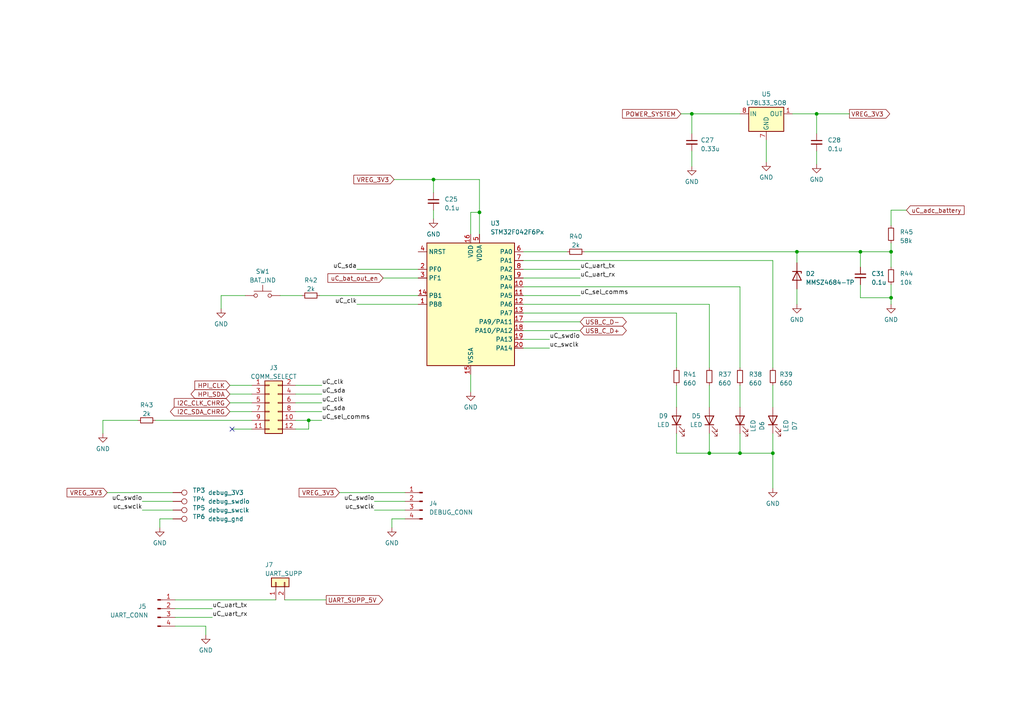
<source format=kicad_sch>
(kicad_sch (version 20230121) (generator eeschema)
  (paper "A4")
  (lib_symbols
    (symbol "Connector:Conn_01x04_Pin" (pin_names (offset 1.016) hide)
      (property "Reference" "J" (at 0 5.08 0))
      (property "Value" "Conn_01x04_Pin" (at 0 -7.62 0))
      (symbol "Conn_01x04_Pin_1_1"
        (polyline (pts (xy 1.27 -5.08) (xy 0.8636 -5.08)) (stroke (width 0.1524)))
        (polyline (pts (xy 1.27 -2.54) (xy 0.8636 -2.54)) (stroke (width 0.1524)))
        (polyline (pts (xy 1.27 0) (xy 0.8636 0)) (stroke (width 0.1524)))
        (polyline (pts (xy 1.27 2.54) (xy 0.8636 2.54)) (stroke (width 0.1524)))
        (rectangle (start 0.8636 -4.953) (end 0 -5.207) (stroke (width 0.1524)) (fill (type outline)))
        (rectangle (start 0.8636 -2.413) (end 0 -2.667) (stroke (width 0.1524)) (fill (type outline)))
        (rectangle (start 0.8636 0.127) (end 0 -0.127) (stroke (width 0.1524)) (fill (type outline)))
        (rectangle (start 0.8636 2.667) (end 0 2.413) (stroke (width 0.1524)) (fill (type outline)))
        (pin passive line (at 5.08 2.54 180) (length 3.81) (name "Pin_1") (number "1"))
        (pin passive line (at 5.08 0 180) (length 3.81) (name "Pin_2") (number "2"))
        (pin passive line (at 5.08 -2.54 180) (length 3.81) (name "Pin_3") (number "3"))
        (pin passive line (at 5.08 -5.08 180) (length 3.81) (name "Pin_4") (number "4"))
      )
    )
    (symbol "Connector:TestPoint" (pin_numbers hide) (pin_names (offset 0.762) hide)
      (property "Reference" "TP" (at 0 6.858 0))
      (property "Value" "TestPoint" (at 0 5.08 0))
      (symbol "TestPoint_0_1"
        (circle (center 0 3.302) (radius 0.762))
      )
      (symbol "TestPoint_1_1"
        (pin passive line (at 0 0 90) (length 2.54) (name "1") (number "1"))
      )
    )
    (symbol "Connector_Generic:Conn_01x02" (pin_names (offset 1.016) hide)
      (property "Reference" "J" (at 0 2.54 0))
      (property "Value" "Conn_01x02" (at 0 -5.08 0))
      (symbol "Conn_01x02_1_1"
        (rectangle (start -1.27 -2.413) (end 0 -2.667) (stroke (width 0.1524)))
        (rectangle (start -1.27 0.127) (end 0 -0.127) (stroke (width 0.1524)))
        (rectangle (start -1.27 1.27) (end 1.27 -3.81) (stroke (width 0.254)) (fill (type background)))
        (pin passive line (at -5.08 0 0) (length 3.81) (name "Pin_1") (number "1"))
        (pin passive line (at -5.08 -2.54 0) (length 3.81) (name "Pin_2") (number "2"))
      )
    )
    (symbol "Connector_Generic:Conn_02x06_Odd_Even" (pin_names (offset 1.016) hide)
      (property "Reference" "J" (at 1.27 7.62 0))
      (property "Value" "Conn_02x06_Odd_Even" (at 1.27 -10.16 0))
      (symbol "Conn_02x06_Odd_Even_1_1"
        (rectangle (start -1.27 -7.493) (end 0 -7.747) (stroke (width 0.1524)))
        (rectangle (start -1.27 -4.953) (end 0 -5.207) (stroke (width 0.1524)))
        (rectangle (start -1.27 -2.413) (end 0 -2.667) (stroke (width 0.1524)))
        (rectangle (start -1.27 0.127) (end 0 -0.127) (stroke (width 0.1524)))
        (rectangle (start -1.27 2.667) (end 0 2.413) (stroke (width 0.1524)))
        (rectangle (start -1.27 5.207) (end 0 4.953) (stroke (width 0.1524)))
        (rectangle (start -1.27 6.35) (end 3.81 -8.89) (stroke (width 0.254)) (fill (type background)))
        (rectangle (start 3.81 -7.493) (end 2.54 -7.747) (stroke (width 0.1524)))
        (rectangle (start 3.81 -4.953) (end 2.54 -5.207) (stroke (width 0.1524)))
        (rectangle (start 3.81 -2.413) (end 2.54 -2.667) (stroke (width 0.1524)))
        (rectangle (start 3.81 0.127) (end 2.54 -0.127) (stroke (width 0.1524)))
        (rectangle (start 3.81 2.667) (end 2.54 2.413) (stroke (width 0.1524)))
        (rectangle (start 3.81 5.207) (end 2.54 4.953) (stroke (width 0.1524)))
        (pin passive line (at -5.08 5.08 0) (length 3.81) (name "Pin_1") (number "1"))
        (pin passive line (at 7.62 -5.08 180) (length 3.81) (name "Pin_10") (number "10"))
        (pin passive line (at -5.08 -7.62 0) (length 3.81) (name "Pin_11") (number "11"))
        (pin passive line (at 7.62 -7.62 180) (length 3.81) (name "Pin_12") (number "12"))
        (pin passive line (at 7.62 5.08 180) (length 3.81) (name "Pin_2") (number "2"))
        (pin passive line (at -5.08 2.54 0) (length 3.81) (name "Pin_3") (number "3"))
        (pin passive line (at 7.62 2.54 180) (length 3.81) (name "Pin_4") (number "4"))
        (pin passive line (at -5.08 0 0) (length 3.81) (name "Pin_5") (number "5"))
        (pin passive line (at 7.62 0 180) (length 3.81) (name "Pin_6") (number "6"))
        (pin passive line (at -5.08 -2.54 0) (length 3.81) (name "Pin_7") (number "7"))
        (pin passive line (at 7.62 -2.54 180) (length 3.81) (name "Pin_8") (number "8"))
        (pin passive line (at -5.08 -5.08 0) (length 3.81) (name "Pin_9") (number "9"))
      )
    )
    (symbol "Device:C_Small" (pin_numbers hide) (pin_names (offset 0.254) hide)
      (property "Reference" "C" (at 0.254 1.778 0))
      (property "Value" "C_Small" (at 0.254 -2.032 0))
      (symbol "C_Small_0_1"
        (polyline (pts (xy -1.524 -0.508) (xy 1.524 -0.508)) (stroke (width 0.3302)))
        (polyline (pts (xy -1.524 0.508) (xy 1.524 0.508)) (stroke (width 0.3048)))
      )
      (symbol "C_Small_1_1"
        (pin passive line (at 0 2.54 270) (length 2.032) (name "~") (number "1"))
        (pin passive line (at 0 -2.54 90) (length 2.032) (name "~") (number "2"))
      )
    )
    (symbol "Device:D_Zener" (pin_numbers hide) (pin_names (offset 1.016) hide)
      (property "Reference" "D" (at 0 2.54 0))
      (property "Value" "D_Zener" (at 0 -2.54 0))
      (symbol "D_Zener_0_1"
        (polyline (pts (xy 1.27 0) (xy -1.27 0)))
        (polyline (pts (xy -1.27 -1.27) (xy -1.27 1.27) (xy -0.762 1.27)) (stroke (width 0.254)))
        (polyline (pts (xy 1.27 -1.27) (xy 1.27 1.27) (xy -1.27 0) (xy 1.27 -1.27)) (stroke (width 0.254)))
      )
      (symbol "D_Zener_1_1"
        (pin passive line (at -3.81 0 0) (length 2.54) (name "K") (number "1"))
        (pin passive line (at 3.81 0 180) (length 2.54) (name "A") (number "2"))
      )
    )
    (symbol "Device:LED" (pin_numbers hide) (pin_names (offset 1.016) hide)
      (property "Reference" "D" (at 0 2.54 0))
      (property "Value" "LED" (at 0 -2.54 0))
      (symbol "LED_0_1"
        (polyline (pts (xy -1.27 -1.27) (xy -1.27 1.27)) (stroke (width 0.254)))
        (polyline (pts (xy -1.27 0) (xy 1.27 0)))
        (polyline (pts (xy 1.27 -1.27) (xy 1.27 1.27) (xy -1.27 0) (xy 1.27 -1.27)) (stroke (width 0.254)))
        (polyline (pts (xy -3.048 -0.762) (xy -4.572 -2.286) (xy -3.81 -2.286) (xy -4.572 -2.286) (xy -4.572 -1.524)))
        (polyline (pts (xy -1.778 -0.762) (xy -3.302 -2.286) (xy -2.54 -2.286) (xy -3.302 -2.286) (xy -3.302 -1.524)))
      )
      (symbol "LED_1_1"
        (pin passive line (at -3.81 0 0) (length 2.54) (name "K") (number "1"))
        (pin passive line (at 3.81 0 180) (length 2.54) (name "A") (number "2"))
      )
    )
    (symbol "Device:R_Small" (pin_numbers hide) (pin_names (offset 0.254) hide)
      (property "Reference" "R" (at 0.762 0.508 0))
      (property "Value" "R_Small" (at 0.762 -1.016 0))
      (symbol "R_Small_0_1"
        (rectangle (start -0.762 1.778) (end 0.762 -1.778) (stroke (width 0.2032)))
      )
      (symbol "R_Small_1_1"
        (pin passive line (at 0 2.54 270) (length 0.762) (name "~") (number "1"))
        (pin passive line (at 0 -2.54 90) (length 0.762) (name "~") (number "2"))
      )
    )
    (symbol "MCU_ST_STM32F0:STM32F042F6Px"
      (property "Reference" "U" (at -12.7 19.05 0))
      (property "Value" "STM32F042F6Px" (at 5.08 19.05 0))
      (symbol "STM32F042F6Px_0_1"
        (rectangle (start -12.7 -17.78) (end 12.7 17.78) (stroke (width 0.254)) (fill (type background)))
      )
      (symbol "STM32F042F6Px_1_1"
        (pin bidirectional line (at -15.24 0 0) (length 2.54) (name "PB8") (number "1"))
        (pin bidirectional line (at 15.24 5.08 180) (length 2.54) (name "PA4") (number "10"))
        (pin bidirectional line (at 15.24 2.54 180) (length 2.54) (name "PA5") (number "11"))
        (pin bidirectional line (at 15.24 0 180) (length 2.54) (name "PA6") (number "12"))
        (pin bidirectional line (at 15.24 -2.54 180) (length 2.54) (name "PA7") (number "13"))
        (pin bidirectional line (at -15.24 2.54 0) (length 2.54) (name "PB1") (number "14"))
        (pin power_in line (at 0 -20.32 90) (length 2.54) (name "VSSA") (number "15"))
        (pin power_in line (at 0 20.32 270) (length 2.54) (name "VDD") (number "16"))
        (pin bidirectional line (at 15.24 -5.08 180) (length 2.54) (name "PA9/PA11") (number "17"))
        (pin bidirectional line (at 15.24 -7.62 180) (length 2.54) (name "PA10/PA12") (number "18"))
        (pin bidirectional line (at 15.24 -10.16 180) (length 2.54) (name "PA13") (number "19"))
        (pin bidirectional line (at -15.24 10.16 0) (length 2.54) (name "PF0") (number "2"))
        (pin bidirectional line (at 15.24 -12.7 180) (length 2.54) (name "PA14") (number "20"))
        (pin bidirectional line (at -15.24 7.62 0) (length 2.54) (name "PF1") (number "3"))
        (pin input line (at -15.24 15.24 0) (length 2.54) (name "NRST") (number "4"))
        (pin power_in line (at 2.54 20.32 270) (length 2.54) (name "VDDA") (number "5"))
        (pin bidirectional line (at 15.24 15.24 180) (length 2.54) (name "PA0") (number "6"))
        (pin bidirectional line (at 15.24 12.7 180) (length 2.54) (name "PA1") (number "7"))
        (pin bidirectional line (at 15.24 10.16 180) (length 2.54) (name "PA2") (number "8"))
        (pin bidirectional line (at 15.24 7.62 180) (length 2.54) (name "PA3") (number "9"))
      )
    )
    (symbol "Regulator_Linear:L78L33_SO8" (pin_names (offset 0.254))
      (property "Reference" "U" (at -3.81 3.175 0))
      (property "Value" "L78L33_SO8" (at 0 3.175 0))
      (symbol "L78L33_SO8_0_1"
        (rectangle (start -5.08 1.905) (end 5.08 -5.08) (stroke (width 0.254)) (fill (type background)))
      )
      (symbol "L78L33_SO8_1_1"
        (pin power_out line (at 7.62 0 180) (length 2.54) (name "OUT") (number "1"))
        (pin passive line (at 0 -7.62 90) (length 2.54) hide (name "GND") (number "2"))
        (pin passive line (at 0 -7.62 90) (length 2.54) hide (name "GND") (number "3"))
        (pin no_connect line (at -5.08 -2.54 0) (length 2.54) hide (name "NC") (number "4"))
        (pin no_connect line (at 5.08 -2.54 180) (length 2.54) hide (name "NC") (number "5"))
        (pin passive line (at 0 -7.62 90) (length 2.54) hide (name "GND") (number "6"))
        (pin power_in line (at 0 -7.62 90) (length 2.54) (name "GND") (number "7"))
        (pin power_in line (at -7.62 0 0) (length 2.54) (name "IN") (number "8"))
      )
    )
    (symbol "Switch:SW_Push" (pin_numbers hide) (pin_names (offset 1.016) hide)
      (property "Reference" "SW" (at 1.27 2.54 0))
      (property "Value" "SW_Push" (at 0 -1.524 0))
      (symbol "SW_Push_0_1"
        (circle (center -2.032 0) (radius 0.508))
        (polyline (pts (xy 0 1.27) (xy 0 3.048)))
        (polyline (pts (xy 2.54 1.27) (xy -2.54 1.27)))
        (circle (center 2.032 0) (radius 0.508))
        (pin passive line (at -5.08 0 0) (length 2.54) (name "1") (number "1"))
        (pin passive line (at 5.08 0 180) (length 2.54) (name "2") (number "2"))
      )
    )
    (symbol "power:GND" (power) (pin_names (offset 0))
      (property "Value" "GND" (at 0 -3.81 0))
      (symbol "GND_0_1"
        (polyline (pts (xy 0 0) (xy 0 -1.27) (xy 1.27 -1.27) (xy 0 -2.54) (xy -1.27 -1.27) (xy 0 -1.27)))
      )
      (symbol "GND_1_1"
        (pin power_in line (at 0 0 270) (length 0) hide (name "GND") (number "1"))
      )
    )
  )
  (junction (at 205.74 131.445))
  (junction (at 224.155 131.445))
  (junction (at 125.73 52.07))
  (junction (at 249.555 73.025))
  (junction (at 89.535 121.92))
  (junction (at 236.855 33.02))
  (junction (at 139.065 61.595))
  (junction (at 200.66 33.02))
  (junction (at 231.14 73.025))
  (junction (at 214.63 131.445))
  (junction (at 258.445 86.36))
  (junction (at 258.445 73.025))
  (no_connect (at 67.31 124.46))
  (wire (pts (xy 136.525 108.585) (xy 136.525 113.665)))
  (wire (pts (xy 196.215 90.805) (xy 196.215 106.68)))
  (wire (pts (xy 151.765 83.185) (xy 214.63 83.185)))
  (wire (pts (xy 229.87 33.02) (xy 236.855 33.02)))
  (wire (pts (xy 214.63 125.73) (xy 214.63 131.445)))
  (wire (pts (xy 258.445 88.265) (xy 258.445 86.36)))
  (wire (pts (xy 151.765 85.725) (xy 168.275 85.725)))
  (wire (pts (xy 46.355 150.495) (xy 50.165 150.495)))
  (wire (pts (xy 236.855 43.815) (xy 236.855 47.625)))
  (wire (pts (xy 151.765 93.345) (xy 168.275 93.345)))
  (wire (pts (xy 125.73 52.07) (xy 139.065 52.07)))
  (wire (pts (xy 113.665 150.495) (xy 117.475 150.495)))
  (wire (pts (xy 258.445 65.405) (xy 258.445 60.96)))
  (wire (pts (xy 214.63 83.185) (xy 214.63 106.68)))
  (wire (pts (xy 205.74 125.73) (xy 205.74 131.445)))
  (wire (pts (xy 224.155 125.73) (xy 224.155 131.445)))
  (wire (pts (xy 46.355 153.035) (xy 46.355 150.495)))
  (wire (pts (xy 59.69 181.61) (xy 50.8 181.61)))
  (wire (pts (xy 258.445 60.96) (xy 262.89 60.96)))
  (wire (pts (xy 108.585 145.415) (xy 117.475 145.415)))
  (wire (pts (xy 41.275 147.955) (xy 50.165 147.955)))
  (wire (pts (xy 113.665 153.035) (xy 113.665 150.495)))
  (wire (pts (xy 249.555 73.025) (xy 258.445 73.025)))
  (wire (pts (xy 196.215 111.76) (xy 196.215 118.11)))
  (wire (pts (xy 66.675 111.76) (xy 73.025 111.76)))
  (wire (pts (xy 66.675 114.3) (xy 73.025 114.3)))
  (wire (pts (xy 66.675 119.38) (xy 73.025 119.38)))
  (wire (pts (xy 89.535 121.92) (xy 93.345 121.92)))
  (wire (pts (xy 224.155 111.76) (xy 224.155 118.11)))
  (wire (pts (xy 64.135 85.725) (xy 71.12 85.725)))
  (wire (pts (xy 197.485 33.02) (xy 200.66 33.02)))
  (wire (pts (xy 151.765 78.105) (xy 168.275 78.105)))
  (wire (pts (xy 222.25 40.64) (xy 222.25 46.99)))
  (wire (pts (xy 214.63 131.445) (xy 224.155 131.445)))
  (wire (pts (xy 236.855 33.02) (xy 236.855 38.735)))
  (wire (pts (xy 85.725 116.84) (xy 93.345 116.84)))
  (wire (pts (xy 231.14 73.025) (xy 249.555 73.025)))
  (wire (pts (xy 125.73 52.07) (xy 125.73 55.88)))
  (wire (pts (xy 151.765 95.885) (xy 168.275 95.885)))
  (wire (pts (xy 224.155 131.445) (xy 224.155 141.605)))
  (wire (pts (xy 85.725 124.46) (xy 89.535 124.46)))
  (wire (pts (xy 151.765 90.805) (xy 196.215 90.805)))
  (wire (pts (xy 64.135 89.535) (xy 64.135 85.725)))
  (wire (pts (xy 98.425 142.875) (xy 117.475 142.875)))
  (wire (pts (xy 139.065 61.595) (xy 139.065 67.945)))
  (wire (pts (xy 41.275 145.415) (xy 50.165 145.415)))
  (wire (pts (xy 151.765 73.025) (xy 164.465 73.025)))
  (wire (pts (xy 103.505 88.265) (xy 121.285 88.265)))
  (wire (pts (xy 169.545 73.025) (xy 231.14 73.025)))
  (wire (pts (xy 205.74 88.265) (xy 205.74 106.68)))
  (wire (pts (xy 200.66 33.02) (xy 214.63 33.02)))
  (wire (pts (xy 258.445 86.36) (xy 258.445 82.55)))
  (wire (pts (xy 224.155 75.565) (xy 224.155 106.68)))
  (wire (pts (xy 258.445 86.36) (xy 249.555 86.36)))
  (wire (pts (xy 31.115 142.875) (xy 50.165 142.875)))
  (wire (pts (xy 231.14 83.82) (xy 231.14 88.265)))
  (wire (pts (xy 50.8 176.53) (xy 61.595 176.53)))
  (wire (pts (xy 136.525 61.595) (xy 139.065 61.595)))
  (wire (pts (xy 103.505 78.105) (xy 121.285 78.105)))
  (wire (pts (xy 196.215 131.445) (xy 205.74 131.445)))
  (wire (pts (xy 200.66 33.02) (xy 200.66 38.735)))
  (wire (pts (xy 214.63 111.76) (xy 214.63 118.11)))
  (wire (pts (xy 85.725 114.3) (xy 93.345 114.3)))
  (wire (pts (xy 50.8 173.99) (xy 80.01 173.99)))
  (wire (pts (xy 205.74 111.76) (xy 205.74 118.11)))
  (wire (pts (xy 29.845 121.92) (xy 40.005 121.92)))
  (wire (pts (xy 92.71 85.725) (xy 121.285 85.725)))
  (wire (pts (xy 29.845 125.73) (xy 29.845 121.92)))
  (wire (pts (xy 151.765 80.645) (xy 168.275 80.645)))
  (wire (pts (xy 50.8 179.07) (xy 61.595 179.07)))
  (wire (pts (xy 85.725 111.76) (xy 93.345 111.76)))
  (wire (pts (xy 205.74 131.445) (xy 214.63 131.445)))
  (wire (pts (xy 196.215 125.73) (xy 196.215 131.445)))
  (wire (pts (xy 231.14 73.025) (xy 231.14 76.2)))
  (wire (pts (xy 151.765 98.425) (xy 159.385 98.425)))
  (wire (pts (xy 81.28 85.725) (xy 87.63 85.725)))
  (wire (pts (xy 89.535 121.92) (xy 89.535 124.46)))
  (wire (pts (xy 246.38 33.02) (xy 236.855 33.02)))
  (wire (pts (xy 85.725 119.38) (xy 93.345 119.38)))
  (wire (pts (xy 151.765 88.265) (xy 205.74 88.265)))
  (wire (pts (xy 249.555 77.47) (xy 249.555 73.025)))
  (wire (pts (xy 258.445 73.025) (xy 258.445 77.47)))
  (wire (pts (xy 139.065 52.07) (xy 139.065 61.595)))
  (wire (pts (xy 111.125 80.645) (xy 121.285 80.645)))
  (wire (pts (xy 224.155 75.565) (xy 151.765 75.565)))
  (wire (pts (xy 85.725 121.92) (xy 89.535 121.92)))
  (wire (pts (xy 136.525 67.945) (xy 136.525 61.595)))
  (wire (pts (xy 73.025 124.46) (xy 67.31 124.46)))
  (wire (pts (xy 151.765 100.965) (xy 159.385 100.965)))
  (wire (pts (xy 249.555 86.36) (xy 249.555 82.55)))
  (wire (pts (xy 125.73 60.96) (xy 125.73 63.5)))
  (wire (pts (xy 82.55 173.99) (xy 94.615 173.99)))
  (wire (pts (xy 59.69 184.15) (xy 59.69 181.61)))
  (wire (pts (xy 45.085 121.92) (xy 73.025 121.92)))
  (wire (pts (xy 258.445 70.485) (xy 258.445 73.025)))
  (wire (pts (xy 66.675 116.84) (xy 73.025 116.84)))
  (wire (pts (xy 114.3 52.07) (xy 125.73 52.07)))
  (wire (pts (xy 200.66 43.815) (xy 200.66 48.26)))
  (wire (pts (xy 108.585 147.955) (xy 117.475 147.955)))
  (label "uc_swclk" (at 41.275 147.955 180))
  (label "uc_swclk" (at 108.585 147.955 180))
  (label "uc_swclk" (at 159.385 100.965 0))
  (label "uC_uart_tx" (at 61.595 176.53 0))
  (label "uC_swdio" (at 159.385 98.425 0))
  (label "uC_swdio" (at 108.585 145.415 180))
  (label "uC_sda" (at 93.345 119.38 0))
  (label "uC_uart_tx" (at 168.275 78.105 0))
  (label "uC_clk" (at 93.345 116.84 0))
  (label "uC_uart_rx" (at 61.595 179.07 0))
  (label "uC_clk" (at 103.505 88.265 180))
  (label "uC_sda" (at 93.345 114.3 0))
  (label "uC_sel_comms" (at 168.275 85.725 0))
  (label "uC_clk" (at 93.345 111.76 0))
  (label "uC_uart_rx" (at 168.275 80.645 0))
  (label "uC_sel_comms" (at 93.345 121.92 0))
  (label "uC_sda" (at 103.505 78.105 180))
  (label "uC_swdio" (at 41.275 145.415 180))
  (global_label "USB_C_D+" (shape bidirectional) (at 168.275 95.885 0) (property "Intersheetrefs" "${INTERSHEET_REFS}" (effects hide)))
  (global_label "HPI_SDA" (shape bidirectional) (at 66.675 114.3 180) (property "Intersheetrefs" "${INTERSHEET_REFS}" (effects hide)))
  (global_label "HPI_CLK" (shape input) (at 66.675 111.76 180) (property "Intersheetrefs" "${INTERSHEET_REFS}" (effects hide)))
  (global_label "POWER_SYSTEM" (shape input) (at 197.485 33.02 180) (property "Intersheetrefs" "${INTERSHEET_REFS}" (effects hide)))
  (global_label "I2C_CLK_CHRG" (shape input) (at 66.675 116.84 180) (property "Intersheetrefs" "${INTERSHEET_REFS}" (effects hide)))
  (global_label "VREG_3V3" (shape output) (at 246.38 33.02 0) (property "Intersheetrefs" "${INTERSHEET_REFS}" (effects hide)))
  (global_label "uC_adc_battery" (shape input) (at 262.89 60.96 0) (property "Intersheetrefs" "${INTERSHEET_REFS}" (effects hide)))
  (global_label "uC_bat_out_en" (shape input) (at 111.125 80.645 180) (property "Intersheetrefs" "${INTERSHEET_REFS}" (effects hide)))
  (global_label "VREG_3V3" (shape input) (at 31.115 142.875 180) (property "Intersheetrefs" "${INTERSHEET_REFS}" (effects hide)))
  (global_label "VREG_3V3" (shape input) (at 98.425 142.875 180) (property "Intersheetrefs" "${INTERSHEET_REFS}" (effects hide)))
  (global_label "USB_C_D-" (shape bidirectional) (at 168.275 93.345 0) (property "Intersheetrefs" "${INTERSHEET_REFS}" (effects hide)))
  (global_label "I2C_SDA_CHRG" (shape bidirectional) (at 66.675 119.38 180) (property "Intersheetrefs" "${INTERSHEET_REFS}" (effects hide)))
  (global_label "VREG_3V3" (shape input) (at 114.3 52.07 180) (property "Intersheetrefs" "${INTERSHEET_REFS}" (effects hide)))
  (global_label "UART_SUPP_5V" (shape output) (at 94.615 173.99 0) (property "Intersheetrefs" "${INTERSHEET_REFS}" (effects hide)))
  (symbol (lib_id "power:GND") (at 236.855 47.625 0) (unit 1)
    (property "Reference" "#PWR032" (effects hide))
    (property "Value" "GND" (at 236.855 52.07 0))
    (instances (project "battery_charging_devboard" (path "" (reference "#PWR032") (unit 1))) (project "business_card" (path "" (reference "#PWR07") (unit 1))))
  )
  (symbol (lib_id "Device:C_Small") (at 125.73 58.42 0) (unit 1)
    (property "Reference" "C25" (at 128.905 57.7913 0) (effects (justify left)))
    (property "Value" "0.1u" (at 128.905 60.3313 0) (effects (justify left)))
    (property "Footprint" "Capacitor_SMD:C_0805_2012Metric_Pad1.18x1.45mm_HandSolder" (effects hide))
    (property "Source" "https://www.mouser.com/ProductDetail/Samsung-Electro-Mechanics/CL21B105KOFNFNE?qs=sGAEpiMZZMsh%252B1woXyUXj5ND545PPyUhMzGq7HWiq0o%3D" (effects hide))
    (property "Price" "0.065" (effects hide))
    (instances (project "battery_charging_devboard" (path "" (reference "C25") (unit 1))) (project "business_card" (path "" (reference "C2") (unit 1))))
  )
  (symbol (lib_id "Connector:Conn_01x04_Pin") (at 122.555 145.415 0) (mirror y) (unit 1)
    (property "Reference" "J4" (at 124.46 146.05 0) (effects (justify right)))
    (property "Value" "DEBUG_CONN" (at 124.46 148.59 0) (effects (justify right)))
    (property "Footprint" "Connector_PinHeader_2.54mm:PinHeader_1x04_P2.54mm_Horizontal" (effects hide))
  )
  (symbol (lib_id "Device:C_Small") (at 249.555 80.01 0) (unit 1)
    (property "Reference" "C31" (at 252.73 79.3813 0) (effects (justify left)))
    (property "Value" "0.1u" (at 252.73 81.9213 0) (effects (justify left)))
    (property "Footprint" "Capacitor_SMD:C_0805_2012Metric_Pad1.18x1.45mm_HandSolder" (effects hide))
    (property "Source" "https://www.mouser.com/ProductDetail/Samsung-Electro-Mechanics/CL21B105KOFNFNE?qs=sGAEpiMZZMsh%252B1woXyUXj5ND545PPyUhMzGq7HWiq0o%3D" (effects hide))
    (property "Price" "0.065" (effects hide))
    (instances (project "battery_charging_devboard" (path "" (reference "C31") (unit 1))) (project "business_card" (path "" (reference "C2") (unit 1))))
  )
  (symbol (lib_id "Device:R_Small") (at 167.005 73.025 90) (unit 1)
    (property "Reference" "R40" (at 167.005 68.58 90))
    (property "Value" "2k" (at 167.005 71.12 90))
    (property "Footprint" "Resistor_SMD:R_0805_2012Metric_Pad1.20x1.40mm_HandSolder" (effects hide))
    (instances (project "battery_charging_devboard" (path "" (reference "R40") (unit 1))) (project "business_card" (path "" (reference "R1") (unit 1))))
  )
  (symbol (lib_id "power:GND") (at 125.73 63.5 0) (unit 1)
    (property "Reference" "#PWR028" (effects hide))
    (property "Value" "GND" (at 125.73 67.945 0))
    (instances (project "battery_charging_devboard" (path "" (reference "#PWR028") (unit 1))) (project "business_card" (path "" (reference "#PWR08") (unit 1))))
  )
  (symbol (lib_id "power:GND") (at 113.665 153.035 0) (unit 1)
    (property "Reference" "#PWR037" (effects hide))
    (property "Value" "GND" (at 113.665 157.48 0))
    (instances (project "battery_charging_devboard" (path "" (reference "#PWR037") (unit 1))) (project "business_card" (path "" (reference "#PWR05") (unit 1))))
  )
  (symbol (lib_id "MCU_ST_STM32F0:STM32F042F6Px") (at 136.525 88.265 0) (unit 1)
    (property "Reference" "U3" (at 142.24 64.77 0) (effects (justify left)))
    (property "Value" "STM32F042F6Px" (at 142.24 67.31 0) (effects (justify left)))
    (property "Footprint" "Package_SO:TSSOP-20_4.4x6.5mm_P0.65mm" (effects hide))
    (property "Datasheet" "https://www.st.com/resource/en/datasheet/stm32f042f6.pdf" (effects hide))
  )
  (symbol (lib_id "power:GND") (at 224.155 141.605 0) (unit 1)
    (property "Reference" "#PWR034" (effects hide))
    (property "Value" "GND" (at 224.155 146.05 0))
    (instances (project "battery_charging_devboard" (path "" (reference "#PWR034") (unit 1))) (project "business_card" (path "" (reference "#PWR01") (unit 1))))
  )
  (symbol (lib_id "Connector:TestPoint") (at 50.165 147.955 270) (unit 1)
    (property "Reference" "TP5" (at 55.88 147.32 90) (effects (justify left)))
    (property "Value" "debug_swclk" (at 60.325 147.955 90) (effects (justify left)))
    (property "Footprint" "TestPoint:TestPoint_Pad_D1.0mm" (effects hide))
    (instances (project "battery_charging_devboard" (path "" (reference "TP5") (unit 1))) (project "business_card" (path "" (reference "TP3") (unit 1))))
  )
  (symbol (lib_id "Device:LED") (at 214.63 121.92 90) (unit 1)
    (property "Reference" "D6" (at 220.98 123.5075 0))
    (property "Value" "LED" (at 218.44 123.5075 0))
    (property "Footprint" "LED_SMD:LED_0805_2012Metric_Pad1.15x1.40mm_HandSolder" (effects hide))
    (instances (project "battery_charging_devboard" (path "" (reference "D6") (unit 1))) (project "business_card" (path "" (reference "D4") (unit 1))))
  )
  (symbol (lib_id "Device:R_Small") (at 224.155 109.22 0) (unit 1)
    (property "Reference" "R39" (at 226.06 108.585 0) (effects (justify left)))
    (property "Value" "660" (at 226.06 111.125 0) (effects (justify left)))
    (property "Footprint" "Resistor_SMD:R_0805_2012Metric_Pad1.20x1.40mm_HandSolder" (effects hide))
    (instances (project "battery_charging_devboard" (path "" (reference "R39") (unit 1))) (project "business_card" (path "" (reference "R5") (unit 1))))
  )
  (symbol (lib_id "power:GND") (at 64.135 89.535 0) (unit 1)
    (property "Reference" "#PWR035" (effects hide))
    (property "Value" "GND" (at 64.135 93.98 0))
    (instances (project "battery_charging_devboard" (path "" (reference "#PWR035") (unit 1))) (project "business_card" (path "" (reference "#PWR08") (unit 1))))
  )
  (symbol (lib_id "power:GND") (at 258.445 88.265 0) (unit 1)
    (property "Reference" "#PWR039" (effects hide))
    (property "Value" "GND" (at 258.445 92.71 0))
    (instances (project "battery_charging_devboard" (path "" (reference "#PWR039") (unit 1))) (project "business_card" (path "" (reference "#PWR01") (unit 1))))
  )
  (symbol (lib_id "power:GND") (at 200.66 48.26 0) (unit 1)
    (property "Reference" "#PWR033" (effects hide))
    (property "Value" "GND" (at 200.66 52.705 0))
    (instances (project "battery_charging_devboard" (path "" (reference "#PWR033") (unit 1))) (project "business_card" (path "" (reference "#PWR08") (unit 1))))
  )
  (symbol (lib_id "power:GND") (at 136.525 113.665 0) (unit 1)
    (property "Reference" "#PWR029" (effects hide))
    (property "Value" "GND" (at 136.525 118.11 0))
    (instances (project "battery_charging_devboard" (path "" (reference "#PWR029") (unit 1))) (project "business_card" (path "" (reference "#PWR08") (unit 1))))
  )
  (symbol (lib_id "Connector_Generic:Conn_02x06_Odd_Even") (at 78.105 116.84 0) (unit 1)
    (property "Reference" "J3" (at 79.375 106.68 0))
    (property "Value" "COMM_SELECT" (at 79.375 109.22 0))
    (property "Footprint" "Connector_PinHeader_2.54mm:PinHeader_2x06_P2.54mm_Vertical_SMD" (effects hide))
  )
  (symbol (lib_id "Device:LED") (at 196.215 121.92 90) (unit 1)
    (property "Reference" "D9" (at 192.405 120.65 90))
    (property "Value" "LED" (at 192.405 123.19 90))
    (property "Footprint" "LED_SMD:LED_0805_2012Metric_Pad1.15x1.40mm_HandSolder" (effects hide))
    (instances (project "battery_charging_devboard" (path "" (reference "D9") (unit 1))) (project "business_card" (path "" (reference "D1") (unit 1))))
  )
  (symbol (lib_id "Device:R_Small") (at 214.63 109.22 0) (unit 1)
    (property "Reference" "R38" (at 217.17 108.585 0) (effects (justify left)))
    (property "Value" "660" (at 217.17 111.125 0) (effects (justify left)))
    (property "Footprint" "Resistor_SMD:R_0805_2012Metric_Pad1.20x1.40mm_HandSolder" (effects hide))
    (instances (project "battery_charging_devboard" (path "" (reference "R38") (unit 1))) (project "business_card" (path "" (reference "R4") (unit 1))))
  )
  (symbol (lib_id "Device:R_Small") (at 205.74 109.22 0) (unit 1)
    (property "Reference" "R37" (at 208.28 108.585 0) (effects (justify left)))
    (property "Value" "660" (at 208.28 111.125 0) (effects (justify left)))
    (property "Footprint" "Resistor_SMD:R_0805_2012Metric_Pad1.20x1.40mm_HandSolder" (effects hide))
    (instances (project "battery_charging_devboard" (path "" (reference "R37") (unit 1))) (project "business_card" (path "" (reference "R3") (unit 1))))
  )
  (symbol (lib_id "power:GND") (at 59.69 184.15 0) (unit 1)
    (property "Reference" "#PWR038" (effects hide))
    (property "Value" "GND" (at 59.69 188.595 0))
    (instances (project "battery_charging_devboard" (path "" (reference "#PWR038") (unit 1))) (project "comms_dev_board" (path "" (reference "#PWR08") (unit 1))))
  )
  (symbol (lib_id "power:GND") (at 29.845 125.73 0) (unit 1)
    (property "Reference" "#PWR030" (effects hide))
    (property "Value" "GND" (at 29.845 130.175 0))
    (instances (project "battery_charging_devboard" (path "" (reference "#PWR030") (unit 1))) (project "business_card" (path "" (reference "#PWR08") (unit 1))))
  )
  (symbol (lib_id "Connector_Generic:Conn_01x02") (at 80.01 168.91 90) (unit 1)
    (property "Reference" "J7" (at 76.835 163.83 90) (effects (justify right)))
    (property "Value" "UART_SUPP" (at 76.835 166.37 90) (effects (justify right)))
    (property "Footprint" "Connector_PinHeader_2.54mm:PinHeader_1x02_P2.54mm_Vertical_SMD_Pin1Left" (effects hide))
  )
  (symbol (lib_id "Device:R_Small") (at 258.445 67.945 180) (unit 1)
    (property "Reference" "R45" (at 260.985 67.31 0) (effects (justify right)))
    (property "Value" "58k" (at 260.985 69.85 0) (effects (justify right)))
    (property "Footprint" "Resistor_SMD:R_0805_2012Metric_Pad1.20x1.40mm_HandSolder" (effects hide))
    (instances (project "battery_charging_devboard" (path "" (reference "R45") (unit 1))) (project "business_card" (path "" (reference "R1") (unit 1))))
  )
  (symbol (lib_id "Regulator_Linear:L78L33_SO8") (at 222.25 33.02 0) (unit 1)
    (property "Reference" "U5" (at 222.25 27.305 0))
    (property "Value" "L78L33_SO8" (at 222.25 29.845 0))
    (property "Footprint" "Package_SO:SOIC-8_3.9x4.9mm_P1.27mm" (effects hide))
    (property "Datasheet" "http://www.st.com/content/ccc/resource/technical/document/datasheet/15/55/e5/aa/23/5b/43/fd/CD00000446.pdf/files/CD00000446.pdf/jcr:content/translations/en.CD00000446.pdf" (effects hide))
    (instances (project "battery_charging_devboard" (path "" (reference "U5") (unit 1))) (project "business_card" (path "" (reference "U3") (unit 1))))
  )
  (symbol (lib_id "Connector:TestPoint") (at 50.165 150.495 270) (unit 1)
    (property "Reference" "TP6" (at 55.88 149.86 90) (effects (justify left)))
    (property "Value" "debug_gnd" (at 60.325 150.495 90) (effects (justify left)))
    (property "Footprint" "TestPoint:TestPoint_Pad_D1.0mm" (effects hide))
    (instances (project "battery_charging_devboard" (path "" (reference "TP6") (unit 1))) (project "business_card" (path "" (reference "TP4") (unit 1))))
  )
  (symbol (lib_id "Device:R_Small") (at 42.545 121.92 90) (unit 1)
    (property "Reference" "R43" (at 42.545 117.475 90))
    (property "Value" "2k" (at 42.545 120.015 90))
    (property "Footprint" "Resistor_SMD:R_0805_2012Metric_Pad1.20x1.40mm_HandSolder" (effects hide))
    (instances (project "battery_charging_devboard" (path "" (reference "R43") (unit 1))) (project "business_card" (path "" (reference "R1") (unit 1))))
  )
  (symbol (lib_id "Device:D_Zener") (at 231.14 80.01 270) (unit 1)
    (property "Reference" "D2" (at 233.68 79.375 90) (effects (justify left)))
    (property "Value" "MMSZ4684-TP" (at 233.68 81.915 90) (effects (justify left)))
    (property "Footprint" "Diode_SMD:D_SOD-123" (effects hide))
    (property "Vendor" "https://www.mouser.com/ProductDetail/Micro-Commercial-Components-MCC/MMSZ4684-TP?qs=O1HRStiETCg3wRLIZGTHzA%3D%3D" (effects hide))
    (property "Price" "0.9" (effects hide))
  )
  (symbol (lib_id "Device:LED") (at 205.74 121.92 90) (unit 1)
    (property "Reference" "D5" (at 201.93 120.65 90))
    (property "Value" "LED" (at 201.93 123.19 90))
    (property "Footprint" "LED_SMD:LED_0805_2012Metric_Pad1.15x1.40mm_HandSolder" (effects hide))
    (instances (project "battery_charging_devboard" (path "" (reference "D5") (unit 1))) (project "business_card" (path "" (reference "D3") (unit 1))))
  )
  (symbol (lib_id "Device:R_Small") (at 90.17 85.725 90) (unit 1)
    (property "Reference" "R42" (at 90.17 81.28 90))
    (property "Value" "2k" (at 90.17 83.82 90))
    (property "Footprint" "Resistor_SMD:R_0805_2012Metric_Pad1.20x1.40mm_HandSolder" (effects hide))
    (instances (project "battery_charging_devboard" (path "" (reference "R42") (unit 1))) (project "business_card" (path "" (reference "R1") (unit 1))))
  )
  (symbol (lib_id "Connector:TestPoint") (at 50.165 145.415 270) (unit 1)
    (property "Reference" "TP4" (at 55.88 144.78 90) (effects (justify left)))
    (property "Value" "debug_swdio" (at 60.325 145.415 90) (effects (justify left)))
    (property "Footprint" "TestPoint:TestPoint_Pad_D1.0mm" (effects hide))
    (instances (project "battery_charging_devboard" (path "" (reference "TP4") (unit 1))) (project "business_card" (path "" (reference "TP2") (unit 1))))
  )
  (symbol (lib_id "Device:C_Small") (at 236.855 41.275 0) (unit 1)
    (property "Reference" "C28" (at 240.03 40.6463 0) (effects (justify left)))
    (property "Value" "0.1u" (at 240.03 43.1863 0) (effects (justify left)))
    (property "Footprint" "Capacitor_SMD:C_0805_2012Metric_Pad1.18x1.45mm_HandSolder" (effects hide))
    (property "Source" "https://www.mouser.com/ProductDetail/Samsung-Electro-Mechanics/CL21B105KOFNFNE?qs=sGAEpiMZZMsh%252B1woXyUXj5ND545PPyUhMzGq7HWiq0o%3D" (effects hide))
    (property "Price" "0.065" (effects hide))
    (instances (project "battery_charging_devboard" (path "" (reference "C28") (unit 1))) (project "business_card" (path "" (reference "C2") (unit 1))))
  )
  (symbol (lib_id "Device:R_Small") (at 196.215 109.22 0) (unit 1)
    (property "Reference" "R41" (at 198.12 108.585 0) (effects (justify left)))
    (property "Value" "660" (at 198.12 111.125 0) (effects (justify left)))
    (property "Footprint" "Resistor_SMD:R_0805_2012Metric_Pad1.20x1.40mm_HandSolder" (effects hide))
    (instances (project "battery_charging_devboard" (path "" (reference "R41") (unit 1))) (project "business_card" (path "" (reference "R1") (unit 1))))
  )
  (symbol (lib_id "Switch:SW_Push") (at 76.2 85.725 0) (unit 1)
    (property "Reference" "SW1" (at 76.2 78.74 0))
    (property "Value" "BAT_IND" (at 76.2 81.28 0))
    (property "Footprint" "Button_Switch_SMD:SW_SPST_PTS810" (effects hide))
    (property "Datasheet" "https://www.mouser.com/datasheet/2/240/pts810-3050339.pdf" (effects hide))
    (property "Vendor" "https://www.mouser.com/ProductDetail/CK/PTS810SJK250SMTRLFS?qs=UxeAxwACbqlfHzoZSrW3%2Fw%3D%3D" (effects hide))
    (property "Price" "0.3" (effects hide))
  )
  (symbol (lib_id "Device:C_Small") (at 200.66 41.275 0) (unit 1)
    (property "Reference" "C27" (at 203.2 40.6463 0) (effects (justify left)))
    (property "Value" "0.33u" (at 203.2 43.1863 0) (effects (justify left)))
    (property "Footprint" "Capacitor_SMD:C_0805_2012Metric_Pad1.18x1.45mm_HandSolder" (effects hide))
    (property "Source" "https://www.mouser.com/ProductDetail/Samsung-Electro-Mechanics/CL21B105KOFNFNE?qs=sGAEpiMZZMsh%252B1woXyUXj5ND545PPyUhMzGq7HWiq0o%3D" (effects hide))
    (property "Price" "0.065" (effects hide))
    (instances (project "battery_charging_devboard" (path "" (reference "C27") (unit 1))) (project "business_card" (path "" (reference "C1") (unit 1))))
  )
  (symbol (lib_id "Device:LED") (at 224.155 121.92 90) (unit 1)
    (property "Reference" "D7" (at 230.505 123.5075 0))
    (property "Value" "LED" (at 227.965 123.5075 0))
    (property "Footprint" "LED_SMD:LED_0805_2012Metric_Pad1.15x1.40mm_HandSolder" (effects hide))
    (instances (project "battery_charging_devboard" (path "" (reference "D7") (unit 1))) (project "business_card" (path "" (reference "D5") (unit 1))))
  )
  (symbol (lib_id "Device:R_Small") (at 258.445 80.01 180) (unit 1)
    (property "Reference" "R44" (at 260.985 79.375 0) (effects (justify right)))
    (property "Value" "10k" (at 260.985 81.915 0) (effects (justify right)))
    (property "Footprint" "Resistor_SMD:R_0805_2012Metric_Pad1.20x1.40mm_HandSolder" (effects hide))
    (instances (project "battery_charging_devboard" (path "" (reference "R44") (unit 1))) (project "business_card" (path "" (reference "R1") (unit 1))))
  )
  (symbol (lib_id "Connector:TestPoint") (at 50.165 142.875 270) (unit 1)
    (property "Reference" "TP3" (at 55.88 142.24 90) (effects (justify left)))
    (property "Value" "debug_3V3" (at 60.325 142.875 90) (effects (justify left)))
    (property "Footprint" "TestPoint:TestPoint_Pad_D1.0mm" (effects hide))
    (instances (project "battery_charging_devboard" (path "" (reference "TP3") (unit 1))) (project "business_card" (path "" (reference "TP1") (unit 1))))
  )
  (symbol (lib_id "power:GND") (at 222.25 46.99 0) (unit 1)
    (property "Reference" "#PWR031" (effects hide))
    (property "Value" "GND" (at 222.25 51.435 0))
    (instances (project "battery_charging_devboard" (path "" (reference "#PWR031") (unit 1))) (project "business_card" (path "" (reference "#PWR06") (unit 1))))
  )
  (symbol (lib_id "power:GND") (at 46.355 153.035 0) (unit 1)
    (property "Reference" "#PWR036" (effects hide))
    (property "Value" "GND" (at 46.355 157.48 0))
    (instances (project "battery_charging_devboard" (path "" (reference "#PWR036") (unit 1))) (project "business_card" (path "" (reference "#PWR05") (unit 1))))
  )
  (symbol (lib_id "power:GND") (at 231.14 88.265 0) (unit 1)
    (property "Reference" "#PWR045" (effects hide))
    (property "Value" "GND" (at 231.14 92.71 0))
    (instances (project "battery_charging_devboard" (path "" (reference "#PWR045") (unit 1))) (project "business_card" (path "" (reference "#PWR01") (unit 1))))
  )
  (symbol (lib_id "Connector:Conn_01x04_Pin") (at 45.72 176.53 0) (unit 1)
    (property "Reference" "J5" (at 41.275 175.895 0))
    (property "Value" "UART_CONN" (at 37.465 178.435 0))
    (property "Footprint" "Connector_PinHeader_2.54mm:PinHeader_1x04_P2.54mm_Horizontal" (effects hide))
    (instances (project "battery_charging_devboard" (path "" (reference "J5") (unit 1))) (project "comms_dev_board" (path "" (reference "J2") (unit 1))))
  )
)
</source>
